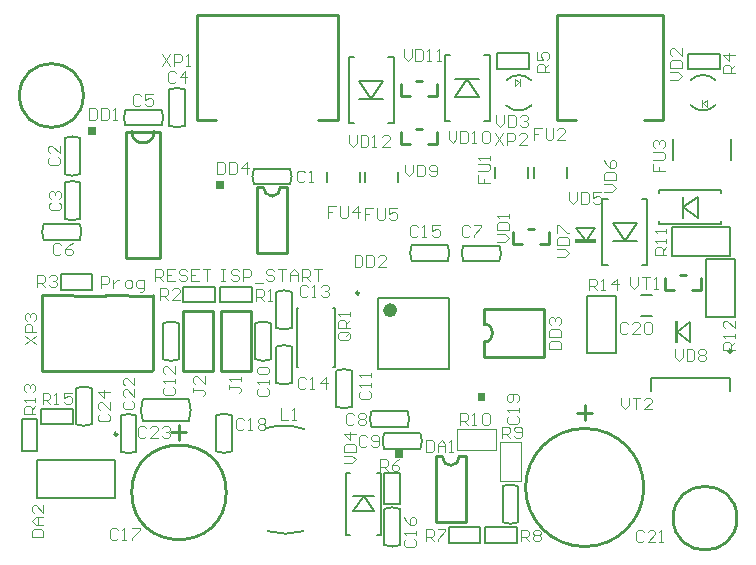
<source format=gto>
G04 Layer_Color=65535*
%FSLAX24Y24*%
%MOIN*%
G70*
G01*
G75*
%ADD10C,0.0079*%
%ADD41C,0.0098*%
%ADD54C,0.0070*%
%ADD55C,0.0100*%
%ADD56C,0.0070*%
%ADD57C,0.0071*%
%ADD58C,0.0236*%
%ADD59C,0.0050*%
%ADD60C,0.0039*%
%ADD61C,0.0067*%
G36*
X42015Y36953D02*
X41905D01*
Y37673D01*
X42015D01*
Y36953D01*
D02*
G37*
G36*
X35577Y35028D02*
X35327D01*
Y35278D01*
X35577D01*
Y35028D01*
D02*
G37*
G36*
X32827Y33114D02*
X32577D01*
Y33364D01*
X32827D01*
Y33114D01*
D02*
G37*
G36*
X22591Y43892D02*
X22341D01*
Y44142D01*
X22591D01*
Y43892D01*
D02*
G37*
G36*
X26862Y42091D02*
X26612D01*
Y42341D01*
X26862D01*
Y42091D01*
D02*
G37*
G36*
X39277Y40291D02*
X38557D01*
Y40401D01*
X39277D01*
Y40291D01*
D02*
G37*
D10*
X34222Y46555D02*
X34409D01*
X35531D02*
X35719D01*
X34222Y44350D02*
X34409D01*
X35531D02*
X35719D01*
X34222D02*
Y46555D01*
X35719Y44350D02*
Y46555D01*
X30512Y38120D02*
X30551D01*
Y36152D02*
Y38120D01*
X30512Y36152D02*
X30551D01*
X29291Y38120D02*
X29331D01*
X29291Y36152D02*
Y38120D01*
Y36152D02*
X29331D01*
X32333Y44291D02*
X32520D01*
X31024D02*
X31211D01*
X32333Y46496D02*
X32520D01*
X31024D02*
X31211D01*
X32520Y44291D02*
Y46496D01*
X31024Y44291D02*
Y46496D01*
X32667Y42303D02*
Y42657D01*
X31565Y42303D02*
Y42657D01*
X31388Y42303D02*
Y42657D01*
X30285Y42303D02*
Y42657D01*
X41841Y43041D02*
Y43750D01*
X43770Y43041D02*
Y43750D01*
X36998Y42461D02*
Y42815D01*
X35896Y42461D02*
Y42815D01*
X20620Y33041D02*
X23219D01*
X20620Y31781D02*
X23219D01*
Y33041D01*
X20620Y31781D02*
Y33041D01*
X31978Y30541D02*
X32087D01*
X30945D02*
X31053D01*
X31978Y32628D02*
X32087D01*
X30945D02*
X31053D01*
X32087Y30541D02*
Y32628D01*
X30945Y30541D02*
Y32628D01*
X32008Y36073D02*
Y38435D01*
X34370Y36073D02*
Y38435D01*
X32008Y36073D02*
X34370D01*
X32008Y38435D02*
X34370D01*
X38297Y42461D02*
Y42815D01*
X37195Y42461D02*
Y42815D01*
X43445Y41939D02*
Y42047D01*
Y40906D02*
Y41014D01*
X41358Y41939D02*
Y42047D01*
Y40906D02*
Y41014D01*
Y42047D02*
X43445D01*
X41358Y40906D02*
X43445D01*
X39478Y39557D02*
Y41762D01*
X40974Y39557D02*
Y41762D01*
X39478D02*
X39665D01*
X40787D02*
X40974D01*
X39478Y39557D02*
X39665D01*
X40787D02*
X40974D01*
X38917Y40341D02*
X39247Y40771D01*
X38587D02*
X38917Y40341D01*
X38587Y40771D02*
X39247D01*
X41955Y37313D02*
X42385Y36983D01*
X41955Y37313D02*
X42385Y37643D01*
Y36983D02*
Y37643D01*
X41093Y35344D02*
Y35778D01*
X43730Y35344D02*
Y35778D01*
X41093D02*
X43730D01*
D41*
X23307Y33907D02*
G03*
X23307Y33907I-49J0D01*
G01*
X31368Y38612D02*
G03*
X31368Y38612I-49J0D01*
G01*
X43780Y36673D02*
G03*
X43780Y36673I-49J0D01*
G01*
D54*
X22061Y40395D02*
G03*
X22060Y40905I-609J255D01*
G01*
X20853D02*
G03*
X20853Y40395I608J-256D01*
G01*
X22066Y42297D02*
G03*
X21555Y42296I-255J-609D01*
G01*
Y41089D02*
G03*
X22066Y41089I256J608D01*
G01*
X23579Y44713D02*
G03*
X23580Y44203I609J-255D01*
G01*
X24787D02*
G03*
X24787Y44713I-608J256D01*
G01*
X25041Y44189D02*
G03*
X25551Y44190I255J609D01*
G01*
Y45397D02*
G03*
X25041Y45397I-256J-608D01*
G01*
X22066Y43783D02*
G03*
X21555Y43783I-255J-609D01*
G01*
Y42576D02*
G03*
X22066Y42575I256J608D01*
G01*
X29068Y42245D02*
G03*
X29068Y42756I-609J255D01*
G01*
X27861D02*
G03*
X27861Y42245I608J-256D01*
G01*
X27915Y36404D02*
G03*
X28425Y36404I255J609D01*
G01*
Y37611D02*
G03*
X27915Y37612I-256J-608D01*
G01*
X25353D02*
G03*
X24843Y37611I-255J-609D01*
G01*
Y36404D02*
G03*
X25353Y36404I256J608D01*
G01*
X30611Y34819D02*
G03*
X31122Y34819I255J609D01*
G01*
Y36026D02*
G03*
X30611Y36027I-256J-608D01*
G01*
X29123Y38655D02*
G03*
X28612Y38655I-255J-609D01*
G01*
Y37448D02*
G03*
X29123Y37447I256J608D01*
G01*
X28613Y35617D02*
G03*
X29123Y35617I255J609D01*
G01*
Y36824D02*
G03*
X28613Y36824I-256J-608D01*
G01*
X32201Y33936D02*
G03*
X32202Y33425I609J-255D01*
G01*
X33409D02*
G03*
X33409Y33936I-608J256D01*
G01*
X31778Y34664D02*
G03*
X31778Y34154I609J-255D01*
G01*
X32985D02*
G03*
X32986Y34664I-608J256D01*
G01*
X22450Y35446D02*
G03*
X21939Y35446I-255J-609D01*
G01*
Y34239D02*
G03*
X22450Y34239I256J608D01*
G01*
X23936Y34531D02*
G03*
X23425Y34531I-255J-609D01*
G01*
Y33324D02*
G03*
X23936Y33323I256J608D01*
G01*
X26615Y33333D02*
G03*
X27126Y33334I255J609D01*
G01*
Y34540D02*
G03*
X26615Y34541I-256J-608D01*
G01*
X32725Y31421D02*
G03*
X32215Y31420I-255J-609D01*
G01*
Y30213D02*
G03*
X32725Y30213I256J608D01*
G01*
X36153Y30971D02*
G03*
X36663Y30971I255J609D01*
G01*
Y32178D02*
G03*
X36153Y32179I-256J-608D01*
G01*
X34839Y40196D02*
G03*
X34839Y39685I609J-255D01*
G01*
X36046D02*
G03*
X36047Y40196I-608J256D01*
G01*
X33117Y40205D02*
G03*
X33117Y39695I609J-255D01*
G01*
X34324D02*
G03*
X34324Y40205I-608J256D01*
G01*
X25512Y38819D02*
X26555D01*
X25512Y38307D02*
X26555D01*
Y38819D01*
X25512Y38307D02*
Y38819D01*
X26742Y38307D02*
X27785D01*
X26742Y38819D02*
X27785D01*
X26742Y38307D02*
Y38819D01*
X27785Y38307D02*
Y38819D01*
X20856Y40906D02*
X22057D01*
X20857Y40395D02*
X22057D01*
X21555Y41092D02*
Y42293D01*
X22066Y41093D02*
Y42293D01*
X23583Y44203D02*
X24784D01*
X23583Y44714D02*
X24783D01*
X25551Y44193D02*
Y45394D01*
X25040Y44193D02*
Y45393D01*
X21555Y42578D02*
Y43779D01*
X22066Y42579D02*
Y43779D01*
X27864Y42756D02*
X29065D01*
X27865Y42245D02*
X29065D01*
X21417Y38730D02*
X22461D01*
X21417Y39242D02*
X22461D01*
X21417Y38730D02*
Y39242D01*
X22461Y38730D02*
Y39242D01*
X28425Y36408D02*
Y37609D01*
X27914Y36408D02*
Y37608D01*
X24843Y36407D02*
Y37608D01*
X25353Y36408D02*
Y37608D01*
X31122Y34823D02*
Y36024D01*
X30611Y34823D02*
Y36023D01*
X28612Y37450D02*
Y38651D01*
X29123Y37451D02*
Y38651D01*
Y35620D02*
Y36821D01*
X28612Y35620D02*
Y36820D01*
X32205Y33425D02*
X33406D01*
X32205Y33936D02*
X33405D01*
X31782Y34154D02*
X32983D01*
X31782Y34664D02*
X32982D01*
X42343Y46585D02*
X43386D01*
X42343Y46073D02*
X43386D01*
Y46585D01*
X42343Y46073D02*
Y46585D01*
X35974Y46093D02*
X37018D01*
X35974Y46604D02*
X37018D01*
X35974Y46093D02*
Y46604D01*
X37018Y46093D02*
Y46604D01*
X21939Y34242D02*
Y35443D01*
X22450Y34243D02*
Y35443D01*
X20128Y33356D02*
Y34400D01*
X20640Y33356D02*
Y34400D01*
X20128D02*
X20640D01*
X20128Y33356D02*
X20640D01*
X20777Y34242D02*
X21821D01*
X20777Y34754D02*
X21821D01*
X20777Y34242D02*
Y34754D01*
X21821Y34242D02*
Y34754D01*
X23425Y33326D02*
Y34527D01*
X23936Y33327D02*
Y34527D01*
X27126Y33337D02*
Y34538D01*
X26615Y33337D02*
Y34537D01*
X32215Y30216D02*
Y31417D01*
X32725Y30217D02*
Y31417D01*
X32726Y31565D02*
Y32608D01*
X32215Y31565D02*
Y32608D01*
Y31565D02*
X32726D01*
X32215Y32608D02*
X32726D01*
X34360Y30295D02*
X35403D01*
X34360Y30807D02*
X35403D01*
X34360Y30295D02*
Y30807D01*
X35403Y30295D02*
Y30807D01*
X35581Y30295D02*
X36624D01*
X35581Y30807D02*
X36624D01*
X35581Y30295D02*
Y30807D01*
X36624Y30295D02*
Y30807D01*
X36663Y30975D02*
Y32176D01*
X36152Y30975D02*
Y32175D01*
X34843Y39685D02*
X36044D01*
X34843Y40196D02*
X36043D01*
X33120Y39695D02*
X34321D01*
X33120Y40206D02*
X34320D01*
D55*
X35527Y36978D02*
G03*
X35527Y37578I0J300D01*
G01*
X34146Y33144D02*
G03*
X34704Y33163I280J0D01*
G01*
X28181Y42120D02*
G03*
X28740Y42139I280J0D01*
G01*
X26939Y31969D02*
G03*
X26939Y31969I-1575J0D01*
G01*
X40856Y32130D02*
G03*
X40856Y32130I-1969J0D01*
G01*
X23791Y43992D02*
G03*
X24541Y43992I375J0D01*
G01*
X43964Y31109D02*
G03*
X43964Y31109I-1063J0D01*
G01*
X22175Y45197D02*
G03*
X22175Y45197I-1063J0D01*
G01*
X33270Y45681D02*
X33470D01*
X33670Y45181D02*
X33970D01*
Y45581D01*
X32770Y45181D02*
X33070D01*
X32770D02*
Y45581D01*
X33270Y44086D02*
X33470D01*
X33670Y43586D02*
X33970D01*
Y43986D01*
X32770Y43586D02*
X33070D01*
X32770D02*
Y43986D01*
X26764Y36020D02*
X27764D01*
Y38020D01*
X26764D02*
X27764D01*
X26764Y36020D02*
Y38020D01*
X25514Y36010D02*
Y38010D01*
X26514D01*
Y36010D02*
Y38010D01*
X25514Y36010D02*
X26514D01*
X35527Y36478D02*
Y36978D01*
X37527Y36478D02*
Y38078D01*
X35527D02*
X37527D01*
X35527Y36478D02*
X37527D01*
X35527Y37578D02*
Y38078D01*
X34927Y30964D02*
Y33164D01*
X33927Y30964D02*
Y33164D01*
Y30964D02*
X34927D01*
X34727Y33164D02*
X34927D01*
X33927D02*
X34127D01*
X27962Y42141D02*
X28162D01*
X28762D02*
X28962D01*
X27962Y39941D02*
X28962D01*
X27962D02*
Y42141D01*
X28962Y39941D02*
Y42141D01*
X37400Y40250D02*
X37700D01*
X36500D02*
Y40650D01*
Y40250D02*
X36800D01*
X37000Y40750D02*
X37200D01*
X37700Y40250D02*
Y40650D01*
X25364Y33719D02*
Y34218D01*
X25114Y33969D02*
X25614D01*
X38638Y34630D02*
X39138D01*
X38888Y34380D02*
Y34880D01*
X23591Y39792D02*
Y43992D01*
X24741Y39792D02*
Y43992D01*
X23591Y39792D02*
X24741D01*
X23591Y43992D02*
X24741D01*
X42479Y38724D02*
X42779D01*
X41579D02*
Y39124D01*
Y38724D02*
X41879D01*
X42079Y39224D02*
X42279D01*
X42779Y38724D02*
Y39124D01*
X37963Y44390D02*
Y47894D01*
X41506Y44390D02*
Y47894D01*
X37963Y44390D02*
X38593D01*
X40876D02*
X41506D01*
X37963Y47894D02*
X41506D01*
X22884Y38531D02*
X24461Y38530D01*
X20799Y36010D02*
X24461D01*
X24484Y36031D02*
Y38531D01*
X20784Y36031D02*
Y38531D01*
X22925Y38530D01*
X30010Y44390D02*
X30679D01*
X25955D02*
X26585D01*
X25955D02*
Y47106D01*
X30679Y44390D02*
Y47106D01*
X25955Y47894D02*
X28317D01*
X25955Y47067D02*
Y47894D01*
X28317D02*
X30679D01*
Y47106D02*
Y47894D01*
D56*
X24161Y35076D02*
G03*
X24161Y34334I1004J-371D01*
G01*
X25690Y34334D02*
G03*
X25690Y35074I-1025J371D01*
G01*
X24164Y34335D02*
X25684D01*
X24164Y35075D02*
X25684D01*
X43736Y39855D02*
Y40815D01*
X41806Y39855D02*
Y40815D01*
X43736D01*
X41806Y39855D02*
X43736D01*
X42926Y37810D02*
X43886D01*
X42926Y39740D02*
X43886D01*
Y37810D02*
Y39740D01*
X42926Y37810D02*
Y39740D01*
X38969Y36599D02*
X39929D01*
X38969Y38529D02*
X39929D01*
Y36599D02*
Y38529D01*
X38969Y36599D02*
Y38529D01*
D57*
X28318Y30673D02*
G03*
X29511Y30678I589J2068D01*
G01*
X29554Y34076D02*
G03*
X28254Y34106I-697J-2035D01*
G01*
X43250Y45707D02*
G03*
X42415Y45707I-418J-418D01*
G01*
Y44872D02*
G03*
X43250Y44872I418J418D01*
G01*
X36277Y44868D02*
G03*
X37112Y44868I418J418D01*
G01*
Y45703D02*
G03*
X36277Y45703I-418J-418D01*
G01*
D58*
X32520Y38041D02*
G03*
X32520Y38041I-118J0D01*
G01*
D59*
X34570Y45753D02*
X35370D01*
X34570Y45153D02*
X35370D01*
X34970Y45753D02*
X35370Y45153D01*
X34570D02*
X34970Y45753D01*
X31372Y45094D02*
X32172D01*
X31372Y45694D02*
X32172D01*
X31372D02*
X31772Y45094D01*
X32172Y45694D01*
X31166Y31335D02*
X31866D01*
X31166Y31835D02*
X31866D01*
X31516D02*
X31866Y31335D01*
X31166D02*
X31516Y31835D01*
X42652Y41126D02*
Y41826D01*
X42152Y41126D02*
Y41826D01*
Y41476D02*
X42652Y41826D01*
X42152Y41476D02*
X42652Y41126D01*
X40226Y40359D02*
X40626Y40959D01*
X39826D02*
X40226Y40359D01*
X39826Y40959D02*
X40626D01*
X39826Y40359D02*
X40626D01*
D60*
X36057Y33659D02*
X36758D01*
X36057Y32344D02*
X36758D01*
X36057D02*
Y33659D01*
X36758Y32344D02*
Y33659D01*
X35943Y33380D02*
Y34081D01*
X34628Y33380D02*
Y34081D01*
X35943D01*
X34628Y33380D02*
X35943D01*
X42844Y44935D02*
X42963Y45053D01*
X42844Y44935D02*
X42963Y44817D01*
Y45053D01*
X42805Y44817D02*
Y45053D01*
X36565Y45522D02*
X36683Y45640D01*
X36565Y45758D02*
X36683Y45640D01*
X36565Y45522D02*
Y45758D01*
X36722Y45522D02*
Y45758D01*
X26647Y42977D02*
Y42583D01*
X26844D01*
X26910Y42649D01*
Y42911D01*
X26844Y42977D01*
X26647D01*
X27041D02*
Y42583D01*
X27238D01*
X27303Y42649D01*
Y42911D01*
X27238Y42977D01*
X27041D01*
X27631Y42583D02*
Y42977D01*
X27435Y42780D01*
X27697D01*
X31024Y43888D02*
Y43625D01*
X31155Y43494D01*
X31286Y43625D01*
Y43888D01*
X31417D02*
Y43494D01*
X31614D01*
X31680Y43560D01*
Y43822D01*
X31614Y43888D01*
X31417D01*
X31811Y43494D02*
X31942D01*
X31876D01*
Y43888D01*
X31811Y43822D01*
X32401Y43494D02*
X32139D01*
X32401Y43756D01*
Y43822D01*
X32336Y43888D01*
X32204D01*
X32139Y43822D01*
X32854Y46752D02*
Y46489D01*
X32986Y46358D01*
X33117Y46489D01*
Y46752D01*
X33248D02*
Y46358D01*
X33445D01*
X33510Y46424D01*
Y46686D01*
X33445Y46752D01*
X33248D01*
X33641Y46358D02*
X33773D01*
X33707D01*
Y46752D01*
X33641Y46686D01*
X33969Y46358D02*
X34101D01*
X34035D01*
Y46752D01*
X33969Y46686D01*
X34350Y44016D02*
Y43753D01*
X34482Y43622D01*
X34613Y43753D01*
Y44016D01*
X34744D02*
Y43622D01*
X34941D01*
X35006Y43688D01*
Y43950D01*
X34941Y44016D01*
X34744D01*
X35138Y43622D02*
X35269D01*
X35203D01*
Y44016D01*
X35138Y43950D01*
X35466D02*
X35531Y44016D01*
X35662D01*
X35728Y43950D01*
Y43688D01*
X35662Y43622D01*
X35531D01*
X35466Y43688D01*
Y43950D01*
X32904Y42894D02*
Y42631D01*
X33035Y42500D01*
X33166Y42631D01*
Y42894D01*
X33297D02*
Y42500D01*
X33494D01*
X33560Y42566D01*
Y42828D01*
X33494Y42894D01*
X33297D01*
X33691Y42566D02*
X33756Y42500D01*
X33887D01*
X33953Y42566D01*
Y42828D01*
X33887Y42894D01*
X33756D01*
X33691Y42828D01*
Y42762D01*
X33756Y42697D01*
X33953D01*
X31837Y41447D02*
X31575D01*
Y41250D01*
X31706D01*
X31575D01*
Y41053D01*
X31968Y41447D02*
Y41119D01*
X32034Y41053D01*
X32165D01*
X32231Y41119D01*
Y41447D01*
X32624D02*
X32362D01*
Y41250D01*
X32493Y41316D01*
X32559D01*
X32624Y41250D01*
Y41119D01*
X32559Y41053D01*
X32428D01*
X32362Y41119D01*
X30607Y41506D02*
X30344D01*
Y41309D01*
X30476D01*
X30344D01*
Y41112D01*
X30738Y41506D02*
Y41178D01*
X30804Y41112D01*
X30935D01*
X31000Y41178D01*
Y41506D01*
X31328Y41112D02*
Y41506D01*
X31132Y41309D01*
X31394D01*
X25827Y35449D02*
Y35318D01*
Y35384D01*
X26155D01*
X26220Y35318D01*
Y35253D01*
X26155Y35187D01*
X26220Y35843D02*
Y35581D01*
X25958Y35843D01*
X25892D01*
X25827Y35777D01*
Y35646D01*
X25892Y35581D01*
X29573Y42631D02*
X29508Y42697D01*
X29377D01*
X29311Y42631D01*
Y42369D01*
X29377Y42303D01*
X29508D01*
X29573Y42369D01*
X29705Y42303D02*
X29836D01*
X29770D01*
Y42697D01*
X29705Y42631D01*
X21079Y43136D02*
X21014Y43071D01*
Y42940D01*
X21079Y42874D01*
X21342D01*
X21407Y42940D01*
Y43071D01*
X21342Y43136D01*
X21407Y43530D02*
Y43268D01*
X21145Y43530D01*
X21079D01*
X21014Y43464D01*
Y43333D01*
X21079Y43268D01*
X21099Y41630D02*
X21034Y41565D01*
Y41434D01*
X21099Y41368D01*
X21362D01*
X21427Y41434D01*
Y41565D01*
X21362Y41630D01*
X21099Y41762D02*
X21034Y41827D01*
Y41958D01*
X21099Y42024D01*
X21165D01*
X21230Y41958D01*
Y41893D01*
Y41958D01*
X21296Y42024D01*
X21362D01*
X21427Y41958D01*
Y41827D01*
X21362Y41762D01*
X25253Y45938D02*
X25187Y46004D01*
X25056D01*
X24990Y45938D01*
Y45676D01*
X25056Y45610D01*
X25187D01*
X25253Y45676D01*
X25581Y45610D02*
Y46004D01*
X25384Y45807D01*
X25646D01*
X24101Y45190D02*
X24035Y45256D01*
X23904D01*
X23839Y45190D01*
Y44928D01*
X23904Y44862D01*
X24035D01*
X24101Y44928D01*
X24495Y45256D02*
X24232D01*
Y45059D01*
X24363Y45125D01*
X24429D01*
X24495Y45059D01*
Y44928D01*
X24429Y44862D01*
X24298D01*
X24232Y44928D01*
X21443Y40220D02*
X21378Y40285D01*
X21247D01*
X21181Y40220D01*
Y39957D01*
X21247Y39892D01*
X21378D01*
X21443Y39957D01*
X21837Y40285D02*
X21706Y40220D01*
X21575Y40089D01*
Y39957D01*
X21640Y39892D01*
X21771D01*
X21837Y39957D01*
Y40023D01*
X21771Y40089D01*
X21575D01*
X35051Y40799D02*
X34986Y40865D01*
X34855D01*
X34789Y40799D01*
Y40537D01*
X34855Y40471D01*
X34986D01*
X35051Y40537D01*
X35183Y40865D02*
X35445D01*
Y40799D01*
X35183Y40537D01*
Y40471D01*
X31207Y34541D02*
X31142Y34606D01*
X31010D01*
X30945Y34541D01*
Y34278D01*
X31010Y34213D01*
X31142D01*
X31207Y34278D01*
X31338Y34541D02*
X31404Y34606D01*
X31535D01*
X31601Y34541D01*
Y34475D01*
X31535Y34409D01*
X31601Y34344D01*
Y34278D01*
X31535Y34213D01*
X31404D01*
X31338Y34278D01*
Y34344D01*
X31404Y34409D01*
X31338Y34475D01*
Y34541D01*
X31404Y34409D02*
X31535D01*
X31640Y33812D02*
X31575Y33878D01*
X31444D01*
X31378Y33812D01*
Y33550D01*
X31444Y33484D01*
X31575D01*
X31640Y33550D01*
X31772D02*
X31837Y33484D01*
X31968D01*
X32034Y33550D01*
Y33812D01*
X31968Y33878D01*
X31837D01*
X31772Y33812D01*
Y33747D01*
X31837Y33681D01*
X32034D01*
X28038Y35440D02*
X27973Y35374D01*
Y35243D01*
X28038Y35177D01*
X28301D01*
X28366Y35243D01*
Y35374D01*
X28301Y35440D01*
X28366Y35571D02*
Y35702D01*
Y35636D01*
X27973D01*
X28038Y35571D01*
Y35899D02*
X27973Y35964D01*
Y36095D01*
X28038Y36161D01*
X28301D01*
X28366Y36095D01*
Y35964D01*
X28301Y35899D01*
X28038D01*
X31424Y35351D02*
X31358Y35285D01*
Y35154D01*
X31424Y35089D01*
X31686D01*
X31752Y35154D01*
Y35285D01*
X31686Y35351D01*
X31752Y35482D02*
Y35613D01*
Y35548D01*
X31358D01*
X31424Y35482D01*
X31752Y35810D02*
Y35941D01*
Y35876D01*
X31358D01*
X31424Y35810D01*
X24908Y35469D02*
X24843Y35403D01*
Y35272D01*
X24908Y35207D01*
X25171D01*
X25236Y35272D01*
Y35403D01*
X25171Y35469D01*
X25236Y35600D02*
Y35731D01*
Y35666D01*
X24843D01*
X24908Y35600D01*
X25236Y36191D02*
Y35928D01*
X24974Y36191D01*
X24908D01*
X24843Y36125D01*
Y35994D01*
X24908Y35928D01*
X29652Y38822D02*
X29587Y38888D01*
X29455D01*
X29390Y38822D01*
Y38560D01*
X29455Y38494D01*
X29587D01*
X29652Y38560D01*
X29783Y38494D02*
X29915D01*
X29849D01*
Y38888D01*
X29783Y38822D01*
X30111D02*
X30177Y38888D01*
X30308D01*
X30374Y38822D01*
Y38756D01*
X30308Y38691D01*
X30243D01*
X30308D01*
X30374Y38625D01*
Y38560D01*
X30308Y38494D01*
X30177D01*
X30111Y38560D01*
X29602Y35751D02*
X29536Y35817D01*
X29405D01*
X29340Y35751D01*
Y35489D01*
X29405Y35423D01*
X29536D01*
X29602Y35489D01*
X29733Y35423D02*
X29864D01*
X29799D01*
Y35817D01*
X29733Y35751D01*
X30258Y35423D02*
Y35817D01*
X30061Y35620D01*
X30324D01*
X33331Y40805D02*
X33266Y40870D01*
X33135D01*
X33069Y40805D01*
Y40542D01*
X33135Y40477D01*
X33266D01*
X33331Y40542D01*
X33463Y40477D02*
X33594D01*
X33528D01*
Y40870D01*
X33463Y40805D01*
X34053Y40870D02*
X33791D01*
Y40673D01*
X33922Y40739D01*
X33987D01*
X34053Y40673D01*
Y40542D01*
X33987Y40477D01*
X33856D01*
X33791Y40542D01*
X32940Y30410D02*
X32874Y30344D01*
Y30213D01*
X32940Y30148D01*
X33202D01*
X33268Y30213D01*
Y30344D01*
X33202Y30410D01*
X33268Y30541D02*
Y30672D01*
Y30607D01*
X32874D01*
X32940Y30541D01*
X32874Y31132D02*
X32940Y31000D01*
X33071Y30869D01*
X33202D01*
X33268Y30935D01*
Y31066D01*
X33202Y31132D01*
X33137D01*
X33071Y31066D01*
Y30869D01*
X23333Y30712D02*
X23268Y30777D01*
X23136D01*
X23071Y30712D01*
Y30449D01*
X23136Y30384D01*
X23268D01*
X23333Y30449D01*
X23464Y30384D02*
X23596D01*
X23530D01*
Y30777D01*
X23464Y30712D01*
X23792Y30777D02*
X24055D01*
Y30712D01*
X23792Y30449D01*
Y30384D01*
X27526Y34383D02*
X27461Y34449D01*
X27329D01*
X27264Y34383D01*
Y34121D01*
X27329Y34055D01*
X27461D01*
X27526Y34121D01*
X27657Y34055D02*
X27789D01*
X27723D01*
Y34449D01*
X27657Y34383D01*
X27985D02*
X28051Y34449D01*
X28182D01*
X28248Y34383D01*
Y34318D01*
X28182Y34252D01*
X28248Y34186D01*
Y34121D01*
X28182Y34055D01*
X28051D01*
X27985Y34121D01*
Y34186D01*
X28051Y34252D01*
X27985Y34318D01*
Y34383D01*
X28051Y34252D02*
X28182D01*
X36355Y34514D02*
X36290Y34449D01*
Y34318D01*
X36355Y34252D01*
X36617D01*
X36683Y34318D01*
Y34449D01*
X36617Y34514D01*
X36683Y34646D02*
Y34777D01*
Y34711D01*
X36290D01*
X36355Y34646D01*
X36617Y34974D02*
X36683Y35039D01*
Y35170D01*
X36617Y35236D01*
X36355D01*
X36290Y35170D01*
Y35039D01*
X36355Y34974D01*
X36421D01*
X36486Y35039D01*
Y35236D01*
X40331Y37572D02*
X40266Y37638D01*
X40134D01*
X40069Y37572D01*
Y37310D01*
X40134Y37244D01*
X40266D01*
X40331Y37310D01*
X40725Y37244D02*
X40462D01*
X40725Y37506D01*
Y37572D01*
X40659Y37638D01*
X40528D01*
X40462Y37572D01*
X40856D02*
X40922Y37638D01*
X41053D01*
X41118Y37572D01*
Y37310D01*
X41053Y37244D01*
X40922D01*
X40856Y37310D01*
Y37572D01*
X40853Y30653D02*
X40787Y30718D01*
X40656D01*
X40591Y30653D01*
Y30390D01*
X40656Y30325D01*
X40787D01*
X40853Y30390D01*
X41247Y30325D02*
X40984D01*
X41247Y30587D01*
Y30653D01*
X41181Y30718D01*
X41050D01*
X40984Y30653D01*
X41378Y30325D02*
X41509D01*
X41443D01*
Y30718D01*
X41378Y30653D01*
X23550Y35006D02*
X23484Y34941D01*
Y34810D01*
X23550Y34744D01*
X23812D01*
X23878Y34810D01*
Y34941D01*
X23812Y35006D01*
X23878Y35400D02*
Y35138D01*
X23616Y35400D01*
X23550D01*
X23484Y35334D01*
Y35203D01*
X23550Y35138D01*
X23878Y35794D02*
Y35531D01*
X23616Y35794D01*
X23550D01*
X23484Y35728D01*
Y35597D01*
X23550Y35531D01*
X24263Y34107D02*
X24197Y34173D01*
X24066D01*
X24000Y34107D01*
Y33845D01*
X24066Y33779D01*
X24197D01*
X24263Y33845D01*
X24656Y33779D02*
X24394D01*
X24656Y34041D01*
Y34107D01*
X24591Y34173D01*
X24460D01*
X24394Y34107D01*
X24788D02*
X24853Y34173D01*
X24984D01*
X25050Y34107D01*
Y34041D01*
X24984Y33976D01*
X24919D01*
X24984D01*
X25050Y33910D01*
Y33845D01*
X24984Y33779D01*
X24853D01*
X24788Y33845D01*
X22723Y34593D02*
X22658Y34527D01*
Y34396D01*
X22723Y34331D01*
X22986D01*
X23051Y34396D01*
Y34527D01*
X22986Y34593D01*
X23051Y34987D02*
Y34724D01*
X22789Y34987D01*
X22723D01*
X22658Y34921D01*
Y34790D01*
X22723Y34724D01*
X23051Y35315D02*
X22658D01*
X22854Y35118D01*
Y35380D01*
X33593Y33720D02*
Y33327D01*
X33789D01*
X33855Y33392D01*
Y33655D01*
X33789Y33720D01*
X33593D01*
X33986Y33327D02*
Y33589D01*
X34117Y33720D01*
X34248Y33589D01*
Y33327D01*
Y33524D01*
X33986D01*
X34380Y33327D02*
X34511D01*
X34445D01*
Y33720D01*
X34380Y33655D01*
X20453Y30492D02*
X20846D01*
Y30689D01*
X20781Y30755D01*
X20518D01*
X20453Y30689D01*
Y30492D01*
X20846Y30886D02*
X20584D01*
X20453Y31017D01*
X20584Y31148D01*
X20846D01*
X20650D01*
Y30886D01*
X20846Y31542D02*
Y31279D01*
X20584Y31542D01*
X20518D01*
X20453Y31476D01*
Y31345D01*
X20518Y31279D01*
X22381Y44779D02*
Y44386D01*
X22578D01*
X22644Y44451D01*
Y44714D01*
X22578Y44779D01*
X22381D01*
X22775D02*
Y44386D01*
X22972D01*
X23037Y44451D01*
Y44714D01*
X22972Y44779D01*
X22775D01*
X23169Y44386D02*
X23300D01*
X23234D01*
Y44779D01*
X23169Y44714D01*
X31217Y39891D02*
Y39497D01*
X31413D01*
X31479Y39563D01*
Y39825D01*
X31413Y39891D01*
X31217D01*
X31610D02*
Y39497D01*
X31807D01*
X31873Y39563D01*
Y39825D01*
X31807Y39891D01*
X31610D01*
X32266Y39497D02*
X32004D01*
X32266Y39759D01*
Y39825D01*
X32201Y39891D01*
X32069D01*
X32004Y39825D01*
X37697Y36752D02*
X38091D01*
Y36949D01*
X38025Y37014D01*
X37763D01*
X37697Y36949D01*
Y36752D01*
Y37146D02*
X38091D01*
Y37342D01*
X38025Y37408D01*
X37763D01*
X37697Y37342D01*
Y37146D01*
X37763Y37539D02*
X37697Y37605D01*
Y37736D01*
X37763Y37801D01*
X37828D01*
X37894Y37736D01*
Y37670D01*
Y37736D01*
X37959Y37801D01*
X38025D01*
X38091Y37736D01*
Y37605D01*
X38025Y37539D01*
X35345Y42536D02*
Y42274D01*
X35541D01*
Y42405D01*
Y42274D01*
X35738D01*
X35345Y42667D02*
X35673D01*
X35738Y42733D01*
Y42864D01*
X35673Y42930D01*
X35345D01*
X35738Y43061D02*
Y43192D01*
Y43126D01*
X35345D01*
X35410Y43061D01*
X37452Y44114D02*
X37190D01*
Y43917D01*
X37321D01*
X37190D01*
Y43720D01*
X37584Y44114D02*
Y43786D01*
X37649Y43720D01*
X37780D01*
X37846Y43786D01*
Y44114D01*
X38240Y43720D02*
X37977D01*
X38240Y43982D01*
Y44048D01*
X38174Y44114D01*
X38043D01*
X37977Y44048D01*
X41181Y42930D02*
Y42667D01*
X41378D01*
Y42799D01*
Y42667D01*
X41575D01*
X41181Y43061D02*
X41509D01*
X41575Y43126D01*
Y43258D01*
X41509Y43323D01*
X41181D01*
X41247Y43454D02*
X41181Y43520D01*
Y43651D01*
X41247Y43717D01*
X41312D01*
X41378Y43651D01*
Y43586D01*
Y43651D01*
X41444Y43717D01*
X41509D01*
X41575Y43651D01*
Y43520D01*
X41509Y43454D01*
X27047Y35558D02*
Y35426D01*
Y35492D01*
X27375D01*
X27441Y35426D01*
Y35361D01*
X27375Y35295D01*
X27441Y35689D02*
Y35820D01*
Y35754D01*
X27047D01*
X27113Y35689D01*
X28750Y34773D02*
Y34380D01*
X29012D01*
X29144D02*
X29275D01*
X29209D01*
Y34773D01*
X29144Y34708D01*
X30997Y37310D02*
X30735D01*
X30669Y37244D01*
Y37113D01*
X30735Y37047D01*
X30997D01*
X31063Y37113D01*
Y37244D01*
X30932Y37178D02*
X31063Y37310D01*
Y37244D02*
X30997Y37310D01*
X31063Y37441D02*
X30669D01*
Y37638D01*
X30735Y37703D01*
X30866D01*
X30932Y37638D01*
Y37441D01*
Y37572D02*
X31063Y37703D01*
Y37834D02*
Y37966D01*
Y37900D01*
X30669D01*
X30735Y37834D01*
X27933Y38356D02*
Y38750D01*
X28130D01*
X28195Y38684D01*
Y38553D01*
X28130Y38487D01*
X27933D01*
X28064D02*
X28195Y38356D01*
X28327D02*
X28458D01*
X28392D01*
Y38750D01*
X28327Y38684D01*
X24734Y38386D02*
Y38779D01*
X24931D01*
X24997Y38714D01*
Y38583D01*
X24931Y38517D01*
X24734D01*
X24865D02*
X24997Y38386D01*
X25390D02*
X25128D01*
X25390Y38648D01*
Y38714D01*
X25325Y38779D01*
X25193D01*
X25128Y38714D01*
X20630Y38809D02*
Y39203D01*
X20827D01*
X20892Y39137D01*
Y39006D01*
X20827Y38940D01*
X20630D01*
X20761D02*
X20892Y38809D01*
X21023Y39137D02*
X21089Y39203D01*
X21220D01*
X21286Y39137D01*
Y39071D01*
X21220Y39006D01*
X21155D01*
X21220D01*
X21286Y38940D01*
Y38875D01*
X21220Y38809D01*
X21089D01*
X21023Y38875D01*
X43888Y45955D02*
X43494D01*
Y46152D01*
X43560Y46217D01*
X43691D01*
X43757Y46152D01*
Y45955D01*
Y46086D02*
X43888Y46217D01*
Y46545D02*
X43494D01*
X43691Y46348D01*
Y46611D01*
X37707Y45984D02*
X37313D01*
Y46181D01*
X37379Y46247D01*
X37510D01*
X37576Y46181D01*
Y45984D01*
Y46115D02*
X37707Y46247D01*
X37313Y46640D02*
Y46378D01*
X37510D01*
X37444Y46509D01*
Y46575D01*
X37510Y46640D01*
X37641D01*
X37707Y46575D01*
Y46443D01*
X37641Y46378D01*
X32057Y32687D02*
Y33081D01*
X32254D01*
X32319Y33015D01*
Y32884D01*
X32254Y32818D01*
X32057D01*
X32188D02*
X32319Y32687D01*
X32713Y33081D02*
X32582Y33015D01*
X32451Y32884D01*
Y32753D01*
X32516Y32687D01*
X32647D01*
X32713Y32753D01*
Y32818D01*
X32647Y32884D01*
X32451D01*
X33593Y30354D02*
Y30748D01*
X33789D01*
X33855Y30682D01*
Y30551D01*
X33789Y30486D01*
X33593D01*
X33724D02*
X33855Y30354D01*
X33986Y30748D02*
X34248D01*
Y30682D01*
X33986Y30420D01*
Y30354D01*
X36781Y30335D02*
Y30728D01*
X36978D01*
X37044Y30663D01*
Y30531D01*
X36978Y30466D01*
X36781D01*
X36913D02*
X37044Y30335D01*
X37175Y30663D02*
X37241Y30728D01*
X37372D01*
X37437Y30663D01*
Y30597D01*
X37372Y30531D01*
X37437Y30466D01*
Y30400D01*
X37372Y30335D01*
X37241D01*
X37175Y30400D01*
Y30466D01*
X37241Y30531D01*
X37175Y30597D01*
Y30663D01*
X37241Y30531D02*
X37372D01*
X36132Y33770D02*
Y34163D01*
X36329D01*
X36394Y34098D01*
Y33966D01*
X36329Y33901D01*
X36132D01*
X36263D02*
X36394Y33770D01*
X36525Y33835D02*
X36591Y33770D01*
X36722D01*
X36788Y33835D01*
Y34098D01*
X36722Y34163D01*
X36591D01*
X36525Y34098D01*
Y34032D01*
X36591Y33966D01*
X36788D01*
X34744Y34213D02*
Y34606D01*
X34941D01*
X35006Y34541D01*
Y34409D01*
X34941Y34344D01*
X34744D01*
X34875D02*
X35006Y34213D01*
X35138D02*
X35269D01*
X35203D01*
Y34606D01*
X35138Y34541D01*
X35466D02*
X35531Y34606D01*
X35662D01*
X35728Y34541D01*
Y34278D01*
X35662Y34213D01*
X35531D01*
X35466Y34278D01*
Y34541D01*
X41614Y39892D02*
X41221D01*
Y40089D01*
X41286Y40154D01*
X41417D01*
X41483Y40089D01*
Y39892D01*
Y40023D02*
X41614Y40154D01*
Y40285D02*
Y40416D01*
Y40351D01*
X41221D01*
X41286Y40285D01*
X41614Y40613D02*
Y40744D01*
Y40679D01*
X41221D01*
X41286Y40613D01*
X43888Y36713D02*
X43494D01*
Y36909D01*
X43560Y36975D01*
X43691D01*
X43757Y36909D01*
Y36713D01*
Y36844D02*
X43888Y36975D01*
Y37106D02*
Y37237D01*
Y37172D01*
X43494D01*
X43560Y37106D01*
X43888Y37697D02*
Y37434D01*
X43625Y37697D01*
X43560D01*
X43494Y37631D01*
Y37500D01*
X43560Y37434D01*
X20581Y34587D02*
X20187D01*
Y34783D01*
X20253Y34849D01*
X20384D01*
X20450Y34783D01*
Y34587D01*
Y34718D02*
X20581Y34849D01*
Y34980D02*
Y35111D01*
Y35046D01*
X20187D01*
X20253Y34980D01*
Y35308D02*
X20187Y35374D01*
Y35505D01*
X20253Y35571D01*
X20318D01*
X20384Y35505D01*
Y35439D01*
Y35505D01*
X20450Y35571D01*
X20515D01*
X20581Y35505D01*
Y35374D01*
X20515Y35308D01*
X39035Y38701D02*
Y39094D01*
X39232D01*
X39298Y39029D01*
Y38898D01*
X39232Y38832D01*
X39035D01*
X39167D02*
X39298Y38701D01*
X39429D02*
X39560D01*
X39495D01*
Y39094D01*
X39429Y39029D01*
X39954Y38701D02*
Y39094D01*
X39757Y38898D01*
X40019D01*
X20817Y34902D02*
Y35295D01*
X21014D01*
X21079Y35230D01*
Y35098D01*
X21014Y35033D01*
X20817D01*
X20948D02*
X21079Y34902D01*
X21210D02*
X21342D01*
X21276D01*
Y35295D01*
X21210Y35230D01*
X21801Y35295D02*
X21538D01*
Y35098D01*
X21670Y35164D01*
X21735D01*
X21801Y35098D01*
Y34967D01*
X21735Y34902D01*
X21604D01*
X21538Y34967D01*
X35975Y40325D02*
X36237D01*
X36368Y40456D01*
X36237Y40587D01*
X35975D01*
Y40718D02*
X36368D01*
Y40915D01*
X36303Y40981D01*
X36040D01*
X35975Y40915D01*
Y40718D01*
X36368Y41112D02*
Y41243D01*
Y41178D01*
X35975D01*
X36040Y41112D01*
X41723Y45728D02*
X41985D01*
X42116Y45860D01*
X41985Y45991D01*
X41723D01*
Y46122D02*
X42116D01*
Y46319D01*
X42051Y46384D01*
X41788D01*
X41723Y46319D01*
Y46122D01*
X42116Y46778D02*
Y46515D01*
X41854Y46778D01*
X41788D01*
X41723Y46712D01*
Y46581D01*
X41788Y46515D01*
X35935Y44547D02*
Y44285D01*
X36066Y44154D01*
X36197Y44285D01*
Y44547D01*
X36329D02*
Y44154D01*
X36525D01*
X36591Y44219D01*
Y44482D01*
X36525Y44547D01*
X36329D01*
X36722Y44482D02*
X36788Y44547D01*
X36919D01*
X36985Y44482D01*
Y44416D01*
X36919Y44350D01*
X36853D01*
X36919D01*
X36985Y44285D01*
Y44219D01*
X36919Y44154D01*
X36788D01*
X36722Y44219D01*
X30856Y32933D02*
X31119D01*
X31250Y33064D01*
X31119Y33195D01*
X30856D01*
Y33327D02*
X31250D01*
Y33523D01*
X31184Y33589D01*
X30922D01*
X30856Y33523D01*
Y33327D01*
X31250Y33917D02*
X30856D01*
X31053Y33720D01*
Y33983D01*
X38366Y41988D02*
Y41726D01*
X38497Y41594D01*
X38629Y41726D01*
Y41988D01*
X38760D02*
Y41594D01*
X38956D01*
X39022Y41660D01*
Y41922D01*
X38956Y41988D01*
X38760D01*
X39416D02*
X39153D01*
Y41791D01*
X39284Y41857D01*
X39350D01*
X39416Y41791D01*
Y41660D01*
X39350Y41594D01*
X39219D01*
X39153Y41660D01*
X39528Y41988D02*
X39790D01*
X39921Y42119D01*
X39790Y42251D01*
X39528D01*
Y42382D02*
X39921D01*
Y42579D01*
X39856Y42644D01*
X39593D01*
X39528Y42579D01*
Y42382D01*
Y43038D02*
X39593Y42907D01*
X39724Y42775D01*
X39856D01*
X39921Y42841D01*
Y42972D01*
X39856Y43038D01*
X39790D01*
X39724Y42972D01*
Y42775D01*
X37973Y39823D02*
X38235D01*
X38366Y39954D01*
X38235Y40085D01*
X37973D01*
Y40216D02*
X38366D01*
Y40413D01*
X38301Y40479D01*
X38038D01*
X37973Y40413D01*
Y40216D01*
Y40610D02*
Y40872D01*
X38038D01*
X38301Y40610D01*
X38366D01*
X41890Y36752D02*
Y36489D01*
X42021Y36358D01*
X42152Y36489D01*
Y36752D01*
X42283D02*
Y36358D01*
X42480D01*
X42546Y36424D01*
Y36686D01*
X42480Y36752D01*
X42283D01*
X42677Y36686D02*
X42743Y36752D01*
X42874D01*
X42939Y36686D01*
Y36621D01*
X42874Y36555D01*
X42939Y36489D01*
Y36424D01*
X42874Y36358D01*
X42743D01*
X42677Y36424D01*
Y36489D01*
X42743Y36555D01*
X42677Y36621D01*
Y36686D01*
X42743Y36555D02*
X42874D01*
X40413Y39144D02*
Y38881D01*
X40545Y38750D01*
X40676Y38881D01*
Y39144D01*
X40807D02*
X41069D01*
X40938D01*
Y38750D01*
X41201D02*
X41332D01*
X41266D01*
Y39144D01*
X41201Y39078D01*
X40089Y35128D02*
Y34865D01*
X40220Y34734D01*
X40351Y34865D01*
Y35128D01*
X40482D02*
X40745D01*
X40613D01*
Y34734D01*
X41138D02*
X40876D01*
X41138Y34997D01*
Y35062D01*
X41073Y35128D01*
X40941D01*
X40876Y35062D01*
X20217Y36909D02*
X20610Y37172D01*
X20217D02*
X20610Y36909D01*
Y37303D02*
X20217D01*
Y37500D01*
X20282Y37565D01*
X20413D01*
X20479Y37500D01*
Y37303D01*
X20282Y37697D02*
X20217Y37762D01*
Y37893D01*
X20282Y37959D01*
X20348D01*
X20413Y37893D01*
Y37828D01*
Y37893D01*
X20479Y37959D01*
X20545D01*
X20610Y37893D01*
Y37762D01*
X20545Y37697D01*
X35915Y43947D02*
X36178Y43553D01*
Y43947D02*
X35915Y43553D01*
X36309D02*
Y43947D01*
X36506D01*
X36571Y43881D01*
Y43750D01*
X36506Y43684D01*
X36309D01*
X36965Y43553D02*
X36702D01*
X36965Y43816D01*
Y43881D01*
X36899Y43947D01*
X36768D01*
X36702Y43881D01*
X24803Y46585D02*
X25066Y46191D01*
Y46585D02*
X24803Y46191D01*
X25197D02*
Y46585D01*
X25394D01*
X25459Y46519D01*
Y46388D01*
X25394Y46322D01*
X25197D01*
X25590Y46191D02*
X25721D01*
X25656D01*
Y46585D01*
X25590Y46519D01*
X26772Y39399D02*
X26903D01*
X26837D01*
Y39006D01*
X26772D01*
X26903D01*
X27362Y39334D02*
X27296Y39399D01*
X27165D01*
X27100Y39334D01*
Y39268D01*
X27165Y39203D01*
X27296D01*
X27362Y39137D01*
Y39072D01*
X27296Y39006D01*
X27165D01*
X27100Y39072D01*
X27493Y39006D02*
Y39399D01*
X27690D01*
X27756Y39334D01*
Y39203D01*
X27690Y39137D01*
X27493D01*
X27887Y38940D02*
X28149D01*
X28543Y39334D02*
X28477Y39399D01*
X28346D01*
X28280Y39334D01*
Y39268D01*
X28346Y39203D01*
X28477D01*
X28543Y39137D01*
Y39072D01*
X28477Y39006D01*
X28346D01*
X28280Y39072D01*
X28674Y39399D02*
X28936D01*
X28805D01*
Y39006D01*
X29067D02*
Y39268D01*
X29199Y39399D01*
X29330Y39268D01*
Y39006D01*
Y39203D01*
X29067D01*
X29461Y39006D02*
Y39399D01*
X29658D01*
X29723Y39334D01*
Y39203D01*
X29658Y39137D01*
X29461D01*
X29592D02*
X29723Y39006D01*
X29855Y39399D02*
X30117D01*
X29986D01*
Y39006D01*
X24577D02*
Y39399D01*
X24774D01*
X24839Y39334D01*
Y39203D01*
X24774Y39137D01*
X24577D01*
X24708D02*
X24839Y39006D01*
X25233Y39399D02*
X24970D01*
Y39006D01*
X25233D01*
X24970Y39203D02*
X25102D01*
X25626Y39334D02*
X25561Y39399D01*
X25430D01*
X25364Y39334D01*
Y39268D01*
X25430Y39203D01*
X25561D01*
X25626Y39137D01*
Y39072D01*
X25561Y39006D01*
X25430D01*
X25364Y39072D01*
X26020Y39399D02*
X25757D01*
Y39006D01*
X26020D01*
X25757Y39203D02*
X25889D01*
X26151Y39399D02*
X26413D01*
X26282D01*
Y39006D01*
X22766Y38780D02*
Y39173D01*
X22963D01*
X23028Y39108D01*
Y38976D01*
X22963Y38911D01*
X22766D01*
X23159Y39042D02*
Y38780D01*
Y38911D01*
X23225Y38976D01*
X23291Y39042D01*
X23356D01*
X23618Y38780D02*
X23750D01*
X23815Y38845D01*
Y38976D01*
X23750Y39042D01*
X23618D01*
X23553Y38976D01*
Y38845D01*
X23618Y38780D01*
X24078Y38648D02*
X24143D01*
X24209Y38714D01*
Y39042D01*
X24012D01*
X23946Y38976D01*
Y38845D01*
X24012Y38780D01*
X24209D01*
D61*
X40768Y37835D02*
X41122D01*
X40768Y38543D02*
X41122D01*
M02*

</source>
